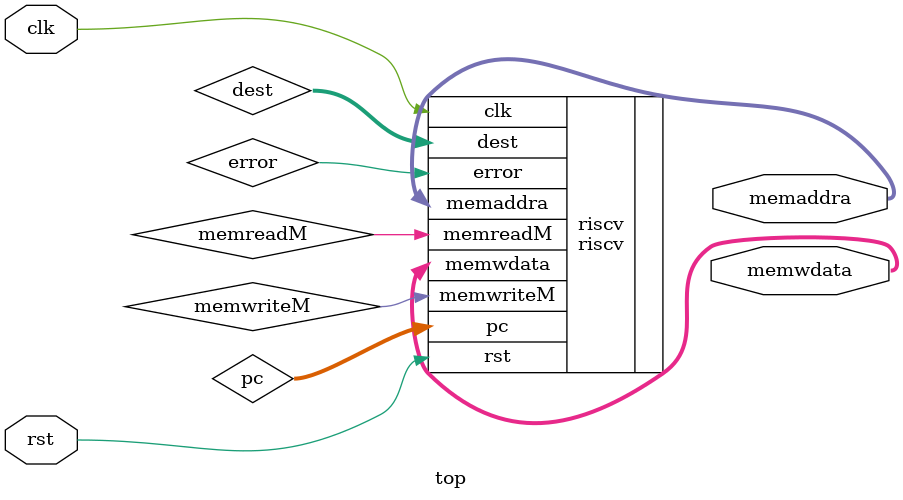
<source format=v>
`timescale 1ns / 1ps


module top(
    input clk,rst,
    output [31:0]memwdata,memaddra
);
    
    wire [31:0]pc,dest;
    wire memreadM,memwriteM,error;
    riscv riscv(
        .clk(clk),
        .rst(rst),
                
        .memwdata(memwdata),
        .memaddra(memaddra),
        .pc(pc),
        .dest(dest),//dest为实际预测的目标地址
        .memreadM(memreadM),
        .memwriteM(memwriteM),
        .error(error)
    );
    
endmodule

</source>
